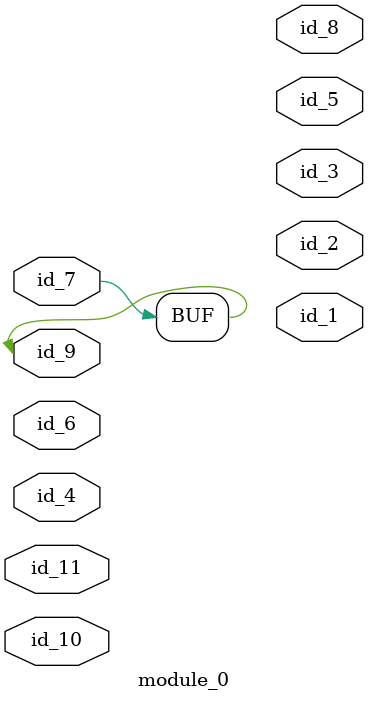
<source format=v>
module module_0 (
    id_1,
    id_2,
    id_3,
    id_4,
    id_5,
    id_6,
    id_7,
    id_8,
    id_9,
    id_10,
    id_11
);
  inout wire id_11;
  input wire id_10;
  inout wire id_9;
  output wire id_8;
  inout wire id_7;
  inout wire id_6;
  output wire id_5;
  input wire id_4;
  output wire id_3;
  output wire id_2;
  output wire id_1;
  assign id_9 = id_7;
  wire id_12;
endmodule
module module_1 ();
  assign id_1 = id_1;
  wire id_2;
  module_0 modCall_1 (
      id_2,
      id_1,
      id_1,
      id_2,
      id_2,
      id_1,
      id_2,
      id_2,
      id_2,
      id_2,
      id_1
  );
endmodule

</source>
